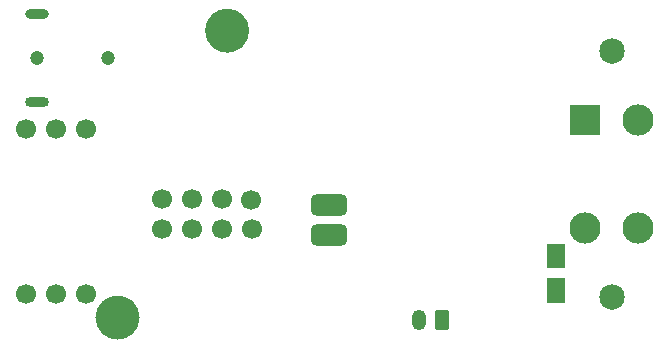
<source format=gbr>
%TF.GenerationSoftware,KiCad,Pcbnew,8.0.4*%
%TF.CreationDate,2025-03-23T22:29:41-04:00*%
%TF.ProjectId,wsg3.0,77736733-2e30-42e6-9b69-6361645f7063,rev?*%
%TF.SameCoordinates,Original*%
%TF.FileFunction,Soldermask,Bot*%
%TF.FilePolarity,Negative*%
%FSLAX46Y46*%
G04 Gerber Fmt 4.6, Leading zero omitted, Abs format (unit mm)*
G04 Created by KiCad (PCBNEW 8.0.4) date 2025-03-23 22:29:41*
%MOMM*%
%LPD*%
G01*
G04 APERTURE LIST*
G04 Aperture macros list*
%AMRoundRect*
0 Rectangle with rounded corners*
0 $1 Rounding radius*
0 $2 $3 $4 $5 $6 $7 $8 $9 X,Y pos of 4 corners*
0 Add a 4 corners polygon primitive as box body*
4,1,4,$2,$3,$4,$5,$6,$7,$8,$9,$2,$3,0*
0 Add four circle primitives for the rounded corners*
1,1,$1+$1,$2,$3*
1,1,$1+$1,$4,$5*
1,1,$1+$1,$6,$7*
1,1,$1+$1,$8,$9*
0 Add four rect primitives between the rounded corners*
20,1,$1+$1,$2,$3,$4,$5,0*
20,1,$1+$1,$4,$5,$6,$7,0*
20,1,$1+$1,$6,$7,$8,$9,0*
20,1,$1+$1,$8,$9,$2,$3,0*%
%AMFreePoly0*
4,1,6,1.000000,0.000000,0.500000,-0.750000,-0.500000,-0.750000,-0.500000,0.750000,0.500000,0.750000,1.000000,0.000000,1.000000,0.000000,$1*%
G04 Aperture macros list end*
%ADD10C,1.875000*%
%ADD11C,1.700000*%
%ADD12C,2.160000*%
%ADD13R,2.640000X2.640000*%
%ADD14C,2.640000*%
%ADD15RoundRect,0.250000X0.350000X0.625000X-0.350000X0.625000X-0.350000X-0.625000X0.350000X-0.625000X0*%
%ADD16O,1.200000X1.750000*%
%ADD17RoundRect,0.450400X-1.100400X-0.450400X1.100400X-0.450400X1.100400X0.450400X-1.100400X0.450400X0*%
%ADD18C,1.200000*%
%ADD19O,2.000000X0.822200*%
%ADD20O,2.000000X0.898400*%
%ADD21R,1.500000X1.500000*%
%ADD22FreePoly0,90.000000*%
%ADD23FreePoly0,270.000000*%
G04 APERTURE END LIST*
D10*
X10168750Y-26447877D02*
G75*
G02*
X8293750Y-26447877I-937500J0D01*
G01*
X8293750Y-26447877D02*
G75*
G02*
X10168750Y-26447877I937500J0D01*
G01*
X19447750Y-2159127D02*
G75*
G02*
X17572750Y-2159127I-937500J0D01*
G01*
X17572750Y-2159127D02*
G75*
G02*
X19447750Y-2159127I937500J0D01*
G01*
D11*
%TO.C,J3*%
X1480000Y-24490000D03*
X4020000Y-24490000D03*
X6560000Y-24490000D03*
X1480000Y-10490000D03*
X4020000Y-10490000D03*
X6560000Y-10490000D03*
%TD*%
D12*
%TO.C,J1*%
X51073000Y-24724000D03*
X51073000Y-3894000D03*
D13*
X48850000Y-9750000D03*
D14*
X53300000Y-9750000D03*
X53300000Y-18870000D03*
X48850000Y-18870000D03*
%TD*%
D15*
%TO.C,J4*%
X36740000Y-26670000D03*
D16*
X34740000Y-26670000D03*
%TD*%
D17*
%TO.C,U1*%
X27161700Y-16916400D03*
X27161700Y-19456400D03*
D11*
X12988500Y-18948400D03*
X13016500Y-16408400D03*
X15528500Y-18948400D03*
X15528500Y-16408400D03*
X18068500Y-18948400D03*
X18068500Y-16408400D03*
X20608500Y-18948400D03*
X20551700Y-16501000D03*
%TD*%
D18*
%TO.C,J2*%
X2440000Y-4470000D03*
X8440000Y-4470000D03*
D19*
X2440000Y-720000D03*
D20*
X2440000Y-8220000D03*
%TD*%
D21*
%TO.C,JP1*%
X46350000Y-23900000D03*
X46350000Y-21500000D03*
D22*
X46350000Y-24700000D03*
D23*
X46350000Y-20700000D03*
%TD*%
M02*

</source>
